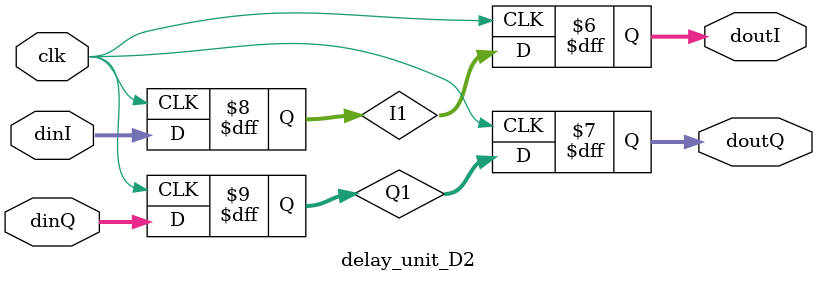
<source format=v>
`timescale 1ns / 1ps


module delay_unit_D2(clk, dinI, dinQ, doutI, doutQ);
    input clk;    
    input signed [17:0] dinI, dinQ;
    output reg signed [17:0] doutI = 0;
    output reg signed [17:0] doutQ = 0;  
    // D2 = 2 
    reg signed [17:0] I1 = 0,Q1 = 0;
    always @(posedge clk)
        begin
        I1 <= dinI; doutI <=I1;
        Q1 <= dinQ; doutQ <=Q1;
        end 
endmodule

</source>
